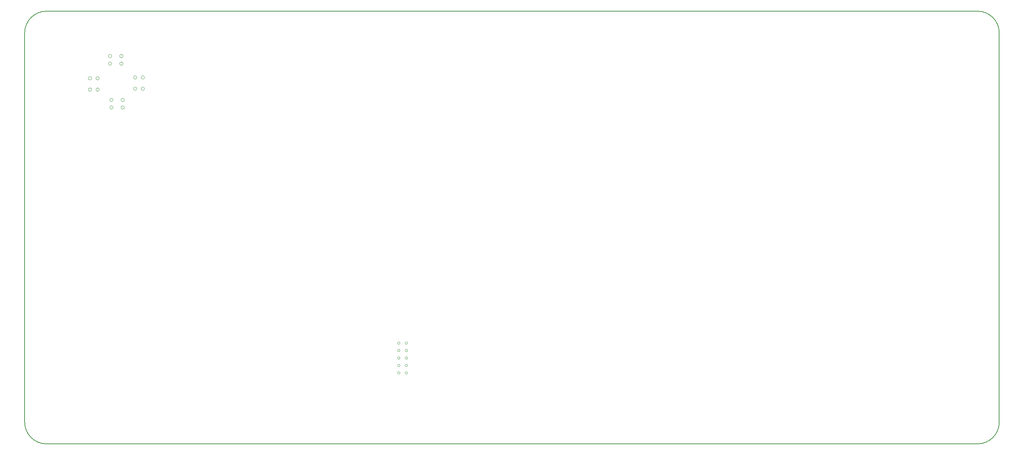
<source format=gbr>
%TF.GenerationSoftware,KiCad,Pcbnew,(6.0.10-0)*%
%TF.CreationDate,2023-02-08T17:30:20+03:00*%
%TF.ProjectId,EEEE2046_PCB_Template,45454545-3230-4343-965f-5043425f5465,rev?*%
%TF.SameCoordinates,Original*%
%TF.FileFunction,Profile,NP*%
%FSLAX46Y46*%
G04 Gerber Fmt 4.6, Leading zero omitted, Abs format (unit mm)*
G04 Created by KiCad (PCBNEW (6.0.10-0)) date 2023-02-08 17:30:20*
%MOMM*%
%LPD*%
G01*
G04 APERTURE LIST*
%TA.AperFunction,Profile*%
%ADD10C,0.100000*%
%TD*%
%TA.AperFunction,Profile*%
%ADD11C,0.150000*%
%TD*%
G04 APERTURE END LIST*
D10*
X49784001Y-37134800D02*
G75*
G03*
X49784001Y-37134800I-396761J0D01*
G01*
X51562001Y-39776400D02*
G75*
G03*
X51562001Y-39776400I-396761J0D01*
G01*
X49784001Y-39776400D02*
G75*
G03*
X49784001Y-39776400I-396761J0D01*
G01*
X51562001Y-37134800D02*
G75*
G03*
X51562001Y-37134800I-396761J0D01*
G01*
X57140361Y-31902400D02*
G75*
G03*
X57140361Y-31902400I-396761J0D01*
G01*
X57140361Y-33680400D02*
G75*
G03*
X57140361Y-33680400I-396761J0D01*
G01*
X54498761Y-31902400D02*
G75*
G03*
X54498761Y-31902400I-396761J0D01*
G01*
X54498761Y-33680400D02*
G75*
G03*
X54498761Y-33680400I-396761J0D01*
G01*
X62169561Y-39573200D02*
G75*
G03*
X62169561Y-39573200I-396761J0D01*
G01*
X60391561Y-39573200D02*
G75*
G03*
X60391561Y-39573200I-396761J0D01*
G01*
X62169561Y-36931600D02*
G75*
G03*
X62169561Y-36931600I-396761J0D01*
G01*
X60391561Y-36931600D02*
G75*
G03*
X60391561Y-36931600I-396761J0D01*
G01*
X54803561Y-42214800D02*
G75*
G03*
X54803561Y-42214800I-396761J0D01*
G01*
X54803561Y-43992800D02*
G75*
G03*
X54803561Y-43992800I-396761J0D01*
G01*
X57445161Y-43992800D02*
G75*
G03*
X57445161Y-43992800I-396761J0D01*
G01*
X57445161Y-42214800D02*
G75*
G03*
X57445161Y-42214800I-396761J0D01*
G01*
X122105768Y-99314000D02*
G75*
G03*
X122105768Y-99314000I-287368J0D01*
G01*
X122105768Y-101041200D02*
G75*
G03*
X122105768Y-101041200I-287368J0D01*
G01*
X122105768Y-102802266D02*
G75*
G03*
X122105768Y-102802266I-287368J0D01*
G01*
X122105768Y-104563332D02*
G75*
G03*
X122105768Y-104563332I-287368J0D01*
G01*
X122105768Y-106324400D02*
G75*
G03*
X122105768Y-106324400I-287368J0D01*
G01*
X123883768Y-99314000D02*
G75*
G03*
X123883768Y-99314000I-287368J0D01*
G01*
X123883768Y-106324400D02*
G75*
G03*
X123883768Y-106324400I-287368J0D01*
G01*
X123883768Y-104563332D02*
G75*
G03*
X123883768Y-104563332I-287368J0D01*
G01*
X123883768Y-102802266D02*
G75*
G03*
X123883768Y-102802266I-287368J0D01*
G01*
X123883768Y-101041200D02*
G75*
G03*
X123883768Y-101041200I-287368J0D01*
G01*
D11*
X34072103Y-26452103D02*
X34072102Y-117892102D01*
X262672102Y-117892102D02*
X262672102Y-26452102D01*
X39152103Y-21372103D02*
G75*
G03*
X34072103Y-26452103I-3J-5079997D01*
G01*
X257592102Y-21372102D02*
X39152102Y-21372102D01*
X262672098Y-26452102D02*
G75*
G03*
X257592102Y-21372102I-5079998J2D01*
G01*
X257592102Y-122972102D02*
G75*
G03*
X262672102Y-117892102I-2J5080002D01*
G01*
X257592102Y-122972102D02*
X39152102Y-122972102D01*
X34072098Y-117892102D02*
G75*
G03*
X39152102Y-122972102I5080002J2D01*
G01*
M02*

</source>
